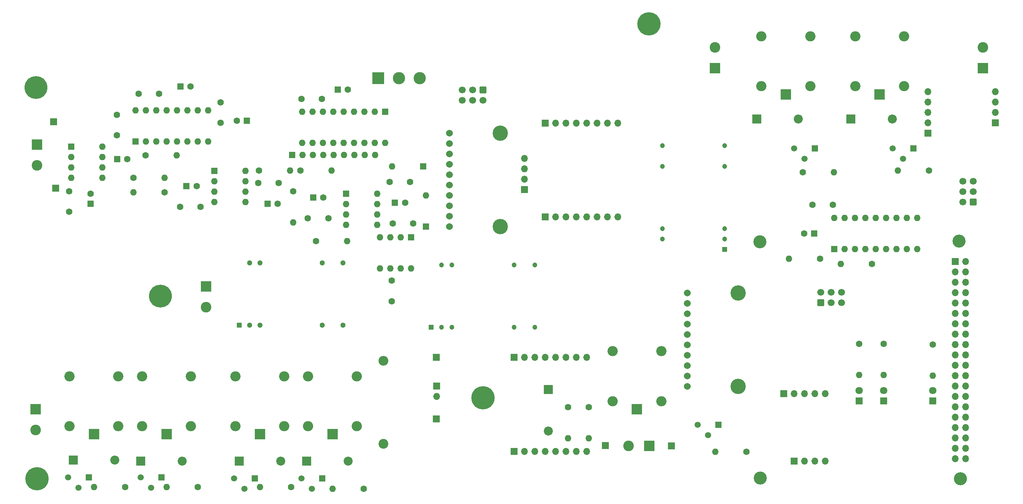
<source format=gbr>
%TF.GenerationSoftware,KiCad,Pcbnew,8.0.9-8.0.9-0~ubuntu24.04.1*%
%TF.CreationDate,2025-09-11T09:49:23+02:00*%
%TF.ProjectId,mb.2024.1.0,6d622e32-3032-4342-9e31-2e302e6b6963,rev?*%
%TF.SameCoordinates,Original*%
%TF.FileFunction,Soldermask,Top*%
%TF.FilePolarity,Negative*%
%FSLAX46Y46*%
G04 Gerber Fmt 4.6, Leading zero omitted, Abs format (unit mm)*
G04 Created by KiCad (PCBNEW 8.0.9-8.0.9-0~ubuntu24.04.1) date 2025-09-11 09:49:23*
%MOMM*%
%LPD*%
G01*
G04 APERTURE LIST*
G04 Aperture macros list*
%AMRoundRect*
0 Rectangle with rounded corners*
0 $1 Rounding radius*
0 $2 $3 $4 $5 $6 $7 $8 $9 X,Y pos of 4 corners*
0 Add a 4 corners polygon primitive as box body*
4,1,4,$2,$3,$4,$5,$6,$7,$8,$9,$2,$3,0*
0 Add four circle primitives for the rounded corners*
1,1,$1+$1,$2,$3*
1,1,$1+$1,$4,$5*
1,1,$1+$1,$6,$7*
1,1,$1+$1,$8,$9*
0 Add four rect primitives between the rounded corners*
20,1,$1+$1,$2,$3,$4,$5,0*
20,1,$1+$1,$4,$5,$6,$7,0*
20,1,$1+$1,$6,$7,$8,$9,0*
20,1,$1+$1,$8,$9,$2,$3,0*%
G04 Aperture macros list end*
%ADD10R,1.700000X1.700000*%
%ADD11C,3.200000*%
%ADD12R,1.600000X1.600000*%
%ADD13O,1.600000X1.600000*%
%ADD14C,1.600000*%
%ADD15R,2.600000X2.600000*%
%ADD16C,2.600000*%
%ADD17R,2.500000X2.500000*%
%ADD18O,2.500000X2.500000*%
%ADD19R,2.200000X2.200000*%
%ADD20O,2.200000X2.200000*%
%ADD21O,1.700000X1.700000*%
%ADD22RoundRect,0.250000X0.600000X0.600000X-0.600000X0.600000X-0.600000X-0.600000X0.600000X-0.600000X0*%
%ADD23C,1.700000*%
%ADD24R,3.000000X3.000000*%
%ADD25C,3.000000*%
%ADD26RoundRect,0.250000X0.600000X-0.600000X0.600000X0.600000X-0.600000X0.600000X-0.600000X-0.600000X0*%
%ADD27C,5.600000*%
%ADD28R,1.300000X1.300000*%
%ADD29C,1.300000*%
%ADD30R,1.500000X1.500000*%
%ADD31C,1.500000*%
%ADD32RoundRect,0.250000X-0.600000X0.600000X-0.600000X-0.600000X0.600000X-0.600000X0.600000X0.600000X0*%
%ADD33R,1.800000X1.800000*%
%ADD34C,1.800000*%
%ADD35C,5.700000*%
%ADD36C,1.665000*%
%ADD37C,3.750000*%
%ADD38R,1.200000X1.200000*%
%ADD39C,1.200000*%
%ADD40C,2.400000*%
%ADD41O,2.400000X2.400000*%
G04 APERTURE END LIST*
D10*
%TO.C,J18*%
X26162000Y-77978000D03*
%TD*%
D11*
%TO.C,REF01*%
X198740000Y-148890000D03*
%TD*%
D12*
%TO.C,U9*%
X65034000Y-73670000D03*
D13*
X65034000Y-76210000D03*
X65034000Y-78750000D03*
X65034000Y-81290000D03*
X72654000Y-81290000D03*
X72654000Y-78750000D03*
X72654000Y-76210000D03*
X72654000Y-73670000D03*
%TD*%
D12*
%TO.C,C21*%
X73064379Y-61468000D03*
D14*
X70564379Y-61468000D03*
%TD*%
%TO.C,R6*%
X43180000Y-151130000D03*
D13*
X35560000Y-151130000D03*
%TD*%
D15*
%TO.C,J1*%
X253305000Y-48545000D03*
D16*
X253305000Y-43465000D03*
%TD*%
D14*
%TO.C,R1*%
X240030000Y-73660000D03*
D13*
X232410000Y-73660000D03*
%TD*%
D14*
%TO.C,R4*%
X86106000Y-73660000D03*
D13*
X93726000Y-73660000D03*
%TD*%
D15*
%TO.C,J9*%
X187695000Y-48545000D03*
D16*
X187695000Y-43465000D03*
%TD*%
D17*
%TO.C,K6*%
X93980000Y-138167500D03*
D18*
X99980000Y-136167500D03*
X99980000Y-123967500D03*
X87980000Y-123967500D03*
X87980000Y-136167500D03*
%TD*%
D14*
%TO.C,R3*%
X89916000Y-90932000D03*
D13*
X97536000Y-90932000D03*
%TD*%
D17*
%TO.C,K1*%
X228000000Y-55000000D03*
D18*
X234000000Y-53000000D03*
X234000000Y-40800000D03*
X222000000Y-40800000D03*
X222000000Y-53000000D03*
%TD*%
D10*
%TO.C,J20*%
X119430000Y-134380000D03*
%TD*%
D17*
%TO.C,K4*%
X76200000Y-138167500D03*
D18*
X82200000Y-136167500D03*
X82200000Y-123967500D03*
X70200000Y-123967500D03*
X70200000Y-136167500D03*
%TD*%
D12*
%TO.C,U7*%
X113274000Y-89926000D03*
D13*
X110734000Y-89926000D03*
X108194000Y-89926000D03*
X105654000Y-89926000D03*
X105654000Y-97546000D03*
X108194000Y-97546000D03*
X110734000Y-97546000D03*
X113274000Y-97546000D03*
%TD*%
D12*
%TO.C,D5*%
X116840000Y-87376000D03*
D13*
X116840000Y-79756000D03*
%TD*%
D19*
%TO.C,D4*%
X71120000Y-144780000D03*
D20*
X81280000Y-144780000D03*
%TD*%
D14*
%TO.C,R2*%
X209190000Y-74000000D03*
D13*
X216810000Y-74000000D03*
%TD*%
D10*
%TO.C,J26*%
X204475000Y-128270000D03*
D21*
X207015000Y-128270000D03*
X209555000Y-128270000D03*
X212095000Y-128270000D03*
X214635000Y-128270000D03*
%TD*%
D12*
%TO.C,U2*%
X29972000Y-67818000D03*
D13*
X29972000Y-70358000D03*
X29972000Y-72898000D03*
X29972000Y-75438000D03*
X37592000Y-75438000D03*
X37592000Y-72898000D03*
X37592000Y-70358000D03*
X37592000Y-67818000D03*
%TD*%
D14*
%TO.C,R12*%
X229000000Y-116000000D03*
D13*
X229000000Y-123620000D03*
%TD*%
D15*
%TO.C,J11*%
X21590000Y-67310000D03*
D16*
X21590000Y-72390000D03*
%TD*%
D10*
%TO.C,J4*%
X146125000Y-85000000D03*
D21*
X148665000Y-85000000D03*
X151205000Y-85000000D03*
X153745000Y-85000000D03*
X156285000Y-85000000D03*
X158825000Y-85000000D03*
X161365000Y-85000000D03*
X163905000Y-85000000D03*
%TD*%
D14*
%TO.C,R13*%
X223000000Y-116000000D03*
D13*
X223000000Y-123620000D03*
%TD*%
D10*
%TO.C,J6*%
X146125000Y-62000000D03*
D21*
X148665000Y-62000000D03*
X151205000Y-62000000D03*
X153745000Y-62000000D03*
X156285000Y-62000000D03*
X158825000Y-62000000D03*
X161365000Y-62000000D03*
X163905000Y-62000000D03*
%TD*%
D10*
%TO.C,J22*%
X141000000Y-78250000D03*
D21*
X141000000Y-75710000D03*
X141000000Y-73170000D03*
X141000000Y-70630000D03*
%TD*%
D14*
%TO.C,C4*%
X29464000Y-78730000D03*
X29464000Y-83730000D03*
%TD*%
D22*
%TO.C,J13*%
X250942500Y-81285000D03*
D23*
X248402500Y-81285000D03*
X250942500Y-78745000D03*
X248402500Y-78745000D03*
X250942500Y-76205000D03*
X248402500Y-76205000D03*
%TD*%
D12*
%TO.C,U1*%
X216850000Y-92800000D03*
D13*
X219390000Y-92800000D03*
X221930000Y-92800000D03*
X224470000Y-92800000D03*
X227010000Y-92800000D03*
X229550000Y-92800000D03*
X232090000Y-92800000D03*
X234630000Y-92800000D03*
X237170000Y-92800000D03*
X237170000Y-85180000D03*
X234630000Y-85180000D03*
X232090000Y-85180000D03*
X229550000Y-85180000D03*
X227010000Y-85180000D03*
X224470000Y-85180000D03*
X221930000Y-85180000D03*
X219390000Y-85180000D03*
X216850000Y-85180000D03*
%TD*%
D24*
%TO.C,J27*%
X105156000Y-51054000D03*
D25*
X110236000Y-51054000D03*
X115316000Y-51054000D03*
%TD*%
D26*
%TO.C,J8*%
X213560000Y-105937500D03*
D23*
X213560000Y-103397500D03*
X216100000Y-105937500D03*
X216100000Y-103397500D03*
X218640000Y-105937500D03*
X218640000Y-103397500D03*
%TD*%
D27*
%TO.C,REF04*%
X51816000Y-104394000D03*
%TD*%
D28*
%TO.C,PS1*%
X71120000Y-111506000D03*
D29*
X73660000Y-111506000D03*
X76200000Y-111506000D03*
X91440000Y-111506000D03*
X96520000Y-111506000D03*
X96520000Y-96266000D03*
X91440000Y-96266000D03*
X76200000Y-96266000D03*
X73660000Y-96266000D03*
%TD*%
D10*
%TO.C,J14*%
X119475000Y-126395000D03*
D21*
X119475000Y-128935000D03*
%TD*%
D14*
%TO.C,R19*%
X48245000Y-69860000D03*
D13*
X55865000Y-69860000D03*
%TD*%
D30*
%TO.C,Q6*%
X91450000Y-149010000D03*
D31*
X88910000Y-151550000D03*
X86370000Y-149010000D03*
%TD*%
D32*
%TO.C,J24*%
X130810000Y-53857500D03*
D23*
X130810000Y-56397500D03*
X128270000Y-53857500D03*
X128270000Y-56397500D03*
X125730000Y-53857500D03*
X125730000Y-56397500D03*
%TD*%
D12*
%TO.C,C6*%
X34788000Y-81778000D03*
D14*
X34788000Y-79278000D03*
%TD*%
D30*
%TO.C,Q7*%
X188468000Y-135890000D03*
D31*
X185928000Y-138430000D03*
X183388000Y-135890000D03*
%TD*%
D15*
%TO.C,J3*%
X21285000Y-132075000D03*
D16*
X21285000Y-137155000D03*
%TD*%
D12*
%TO.C,D6*%
X116232077Y-72644000D03*
D13*
X108612077Y-72644000D03*
%TD*%
D30*
%TO.C,Q5*%
X52080000Y-148700000D03*
D31*
X49540000Y-151240000D03*
X47000000Y-148700000D03*
%TD*%
D30*
%TO.C,Q1*%
X236230000Y-68160000D03*
D31*
X233690000Y-70700000D03*
X231150000Y-68160000D03*
%TD*%
D14*
%TO.C,R15*%
X60960000Y-151130000D03*
D13*
X53340000Y-151130000D03*
%TD*%
D14*
%TO.C,R23*%
X45212000Y-75438000D03*
D13*
X52832000Y-75438000D03*
%TD*%
D14*
%TO.C,C15*%
X75819621Y-76708000D03*
X80819621Y-76708000D03*
%TD*%
%TO.C,C5*%
X41178000Y-65014000D03*
X41178000Y-60014000D03*
%TD*%
D12*
%TO.C,C2*%
X212000000Y-89000000D03*
D14*
X209500000Y-89000000D03*
%TD*%
D15*
%TO.C,J2*%
X171545000Y-141000000D03*
D16*
X166465000Y-141000000D03*
%TD*%
D12*
%TO.C,C3*%
X41235621Y-70866000D03*
D14*
X43735621Y-70866000D03*
%TD*%
%TO.C,R18*%
X226060000Y-96520000D03*
D13*
X218440000Y-96520000D03*
%TD*%
D12*
%TO.C,RN1*%
X84074000Y-69850000D03*
D13*
X86614000Y-69850000D03*
X89154000Y-69850000D03*
X91694000Y-69850000D03*
X94234000Y-69850000D03*
X96774000Y-69850000D03*
X99314000Y-69850000D03*
X101854000Y-69850000D03*
X104394000Y-69850000D03*
%TD*%
D14*
%TO.C,R17*%
X213360000Y-95250000D03*
D13*
X205740000Y-95250000D03*
%TD*%
D14*
%TO.C,C22*%
X108458000Y-100584000D03*
X108458000Y-105584000D03*
%TD*%
%TO.C,R5*%
X84328000Y-78740000D03*
D13*
X84328000Y-86360000D03*
%TD*%
D27*
%TO.C,REF05*%
X21336000Y-53340000D03*
%TD*%
D12*
%TO.C,C5*%
X109260000Y-81534000D03*
D14*
X111760000Y-81534000D03*
%TD*%
D33*
%TO.C,LED9-OHMPI-RUN-1*%
X241000000Y-130000000D03*
D34*
X241000000Y-127460000D03*
%TD*%
D19*
%TO.C,D7*%
X46990000Y-144780000D03*
D20*
X57150000Y-144780000D03*
%TD*%
D19*
%TO.C,D2*%
X197920000Y-61000000D03*
D20*
X208080000Y-61000000D03*
%TD*%
D14*
%TO.C,R7*%
X83820000Y-151130000D03*
D13*
X76200000Y-151130000D03*
%TD*%
D35*
%TO.C,REF\u002A\u002A*%
X21590000Y-149098000D03*
%TD*%
D11*
%TO.C,REF03*%
X247420000Y-90900000D03*
%TD*%
D36*
%TO.C,U5*%
X180848000Y-126492000D03*
X180848000Y-123952000D03*
X180848000Y-121412000D03*
X180848000Y-118872000D03*
X180848000Y-116332000D03*
X180848000Y-113792000D03*
X180848000Y-111252000D03*
X180848000Y-108712000D03*
X180848000Y-106172000D03*
X180848000Y-103632000D03*
D37*
X193294000Y-103632000D03*
X193294000Y-126492000D03*
%TD*%
D14*
%TO.C,R9*%
X195326000Y-142494000D03*
D13*
X187706000Y-142494000D03*
%TD*%
D10*
%TO.C,J12*%
X138430000Y-142380000D03*
D21*
X140970000Y-142380000D03*
X143510000Y-142380000D03*
X146050000Y-142380000D03*
X148590000Y-142380000D03*
X151130000Y-142380000D03*
X153670000Y-142380000D03*
X156210000Y-142380000D03*
%TD*%
D11*
%TO.C,REF2*%
X198670000Y-91030000D03*
%TD*%
D12*
%TO.C,C12*%
X56729621Y-53086000D03*
D14*
X59229621Y-53086000D03*
%TD*%
D10*
%TO.C,J17*%
X119430000Y-119380000D03*
%TD*%
D19*
%TO.C,D8*%
X87630000Y-144780000D03*
D20*
X97790000Y-144780000D03*
%TD*%
D19*
%TO.C,D1*%
X220920000Y-61000000D03*
D20*
X231080000Y-61000000D03*
%TD*%
D10*
%TO.C,J19*%
X25654000Y-61722000D03*
%TD*%
D38*
%TO.C,PS3*%
X189992000Y-92964000D03*
D39*
X189992000Y-90424000D03*
X189992000Y-87884000D03*
X189992000Y-72644000D03*
X189992000Y-67564000D03*
X174752000Y-67564000D03*
X174752000Y-72644000D03*
X174752000Y-87884000D03*
X174752000Y-90424000D03*
%TD*%
D12*
%TO.C,U8*%
X106924000Y-59192000D03*
D13*
X104384000Y-59192000D03*
X101844000Y-59192000D03*
X99304000Y-59192000D03*
X96764000Y-59192000D03*
X94224000Y-59192000D03*
X91684000Y-59192000D03*
X89144000Y-59192000D03*
X86604000Y-59192000D03*
X86604000Y-66812000D03*
X89144000Y-66812000D03*
X91684000Y-66812000D03*
X94224000Y-66812000D03*
X96764000Y-66812000D03*
X99304000Y-66812000D03*
X101844000Y-66812000D03*
X104384000Y-66812000D03*
X106924000Y-66812000D03*
%TD*%
D33*
%TO.C,LED11-OHMPI-STACK1*%
X229000000Y-130000000D03*
D34*
X229000000Y-127460000D03*
%TD*%
D30*
%TO.C,Q4*%
X74940000Y-149010000D03*
D31*
X72400000Y-151550000D03*
X69860000Y-149010000D03*
%TD*%
D19*
%TO.C,D3*%
X30480000Y-144517500D03*
D20*
X40640000Y-144517500D03*
%TD*%
D17*
%TO.C,K2*%
X205000000Y-55000000D03*
D18*
X211000000Y-53000000D03*
X211000000Y-40800000D03*
X199000000Y-40800000D03*
X199000000Y-53000000D03*
%TD*%
D11*
%TO.C,REF00*%
X247780000Y-149060000D03*
%TD*%
D12*
%TO.C,C14*%
X95250000Y-53848000D03*
D14*
X97750000Y-53848000D03*
%TD*%
D17*
%TO.C,K7*%
X168560000Y-132056000D03*
D18*
X174560000Y-130056000D03*
X174560000Y-117856000D03*
X162560000Y-117856000D03*
X162560000Y-130056000D03*
%TD*%
D35*
%TO.C,REF\u002A\u002A*%
X171480000Y-37690000D03*
%TD*%
D14*
%TO.C,R11*%
X151638000Y-131572000D03*
D13*
X151638000Y-139192000D03*
%TD*%
D14*
%TO.C,C11*%
X108752000Y-86614000D03*
X113752000Y-86614000D03*
%TD*%
%TO.C,C17*%
X61682000Y-82550000D03*
X56682000Y-82550000D03*
%TD*%
%TO.C,C7*%
X107990000Y-76454000D03*
X112990000Y-76454000D03*
%TD*%
D10*
%TO.C,J23*%
X239776000Y-64511000D03*
D21*
X239776000Y-61971000D03*
X239776000Y-59431000D03*
X239776000Y-56891000D03*
X239776000Y-54351000D03*
%TD*%
D19*
%TO.C,D9*%
X146812000Y-127254000D03*
D20*
X146812000Y-137414000D03*
%TD*%
D12*
%TO.C,C18*%
X58206000Y-77470000D03*
D14*
X60706000Y-77470000D03*
%TD*%
%TO.C,C13*%
X91400000Y-56134000D03*
X86400000Y-56134000D03*
%TD*%
D30*
%TO.C,Q3*%
X34300000Y-148747500D03*
D31*
X31760000Y-151287500D03*
X29220000Y-148747500D03*
%TD*%
D12*
%TO.C,C16*%
X78065621Y-81788000D03*
D14*
X80565621Y-81788000D03*
%TD*%
D12*
%TO.C,U6*%
X97292000Y-79258000D03*
D13*
X97292000Y-81798000D03*
X97292000Y-84338000D03*
X97292000Y-86878000D03*
X104912000Y-86878000D03*
X104912000Y-84338000D03*
X104912000Y-81798000D03*
X104912000Y-79258000D03*
%TD*%
D14*
%TO.C,R16*%
X101600000Y-151500000D03*
D13*
X93980000Y-151500000D03*
%TD*%
D12*
%TO.C,C10*%
X89241621Y-80264000D03*
D14*
X91741621Y-80264000D03*
%TD*%
%TO.C,R10*%
X241000000Y-116190000D03*
D13*
X241000000Y-123810000D03*
%TD*%
D14*
%TO.C,R24*%
X52832000Y-78994000D03*
D13*
X45212000Y-78994000D03*
%TD*%
D10*
%TO.C,J10*%
X177000000Y-141000000D03*
%TD*%
D33*
%TO.C,LED12-LOW-TX-BATTERY1*%
X223000000Y-130000000D03*
D34*
X223000000Y-127460000D03*
%TD*%
D10*
%TO.C,J25*%
X207020000Y-144780000D03*
D21*
X209560000Y-144780000D03*
X212100000Y-144780000D03*
X214640000Y-144780000D03*
%TD*%
D10*
%TO.C,J21*%
X160782000Y-140970000D03*
%TD*%
D14*
%TO.C,C19*%
X51522000Y-54864000D03*
X46522000Y-54864000D03*
%TD*%
%TO.C,C8*%
X92964000Y-85344000D03*
X87964000Y-85344000D03*
%TD*%
%TO.C,C20*%
X66548000Y-61976000D03*
X66548000Y-56976000D03*
%TD*%
D15*
%TO.C,J16*%
X63000000Y-102000000D03*
D16*
X63000000Y-107080000D03*
%TD*%
D14*
%TO.C,R26*%
X75946000Y-73660000D03*
D13*
X83566000Y-73660000D03*
%TD*%
D14*
%TO.C,C1*%
X216500000Y-82000000D03*
X211500000Y-82000000D03*
%TD*%
D17*
%TO.C,K3*%
X35560000Y-138167500D03*
D18*
X41560000Y-136167500D03*
X41560000Y-123967500D03*
X29560000Y-123967500D03*
X29560000Y-136167500D03*
%TD*%
D40*
%TO.C,SH1*%
X106430000Y-140540000D03*
D41*
X106430000Y-120220000D03*
%TD*%
D35*
%TO.C,REF\u002A\u002A*%
X130810000Y-129286000D03*
%TD*%
D36*
%TO.C,U4*%
X122600000Y-87376000D03*
X122600000Y-84836000D03*
X122600000Y-82296000D03*
X122600000Y-79756000D03*
X122600000Y-77216000D03*
X122600000Y-74676000D03*
X122600000Y-72136000D03*
X122600000Y-69596000D03*
X122600000Y-67056000D03*
X122600000Y-64516000D03*
D37*
X135046000Y-64516000D03*
X135046000Y-87376000D03*
%TD*%
D10*
%TO.C,J15*%
X138430000Y-119380000D03*
D21*
X140970000Y-119380000D03*
X143510000Y-119380000D03*
X146050000Y-119380000D03*
X148590000Y-119380000D03*
X151130000Y-119380000D03*
X153670000Y-119380000D03*
X156210000Y-119380000D03*
%TD*%
D17*
%TO.C,K5*%
X53340000Y-138167500D03*
D18*
X59340000Y-136167500D03*
X59340000Y-123967500D03*
X47340000Y-123967500D03*
X47340000Y-136167500D03*
%TD*%
D12*
%TO.C,U10*%
X45720000Y-66548000D03*
D13*
X48260000Y-66548000D03*
X50800000Y-66548000D03*
X53340000Y-66548000D03*
X55880000Y-66548000D03*
X58420000Y-66548000D03*
X60960000Y-66548000D03*
X63500000Y-66548000D03*
X63500000Y-58928000D03*
X60960000Y-58928000D03*
X58420000Y-58928000D03*
X55880000Y-58928000D03*
X53340000Y-58928000D03*
X50800000Y-58928000D03*
X48260000Y-58928000D03*
X45720000Y-58928000D03*
%TD*%
D38*
%TO.C,PS2*%
X118110000Y-112014000D03*
D39*
X120650000Y-112014000D03*
X123190000Y-112014000D03*
X138430000Y-112014000D03*
X143510000Y-112014000D03*
X143510000Y-96774000D03*
X138430000Y-96774000D03*
X123190000Y-96774000D03*
X120650000Y-96774000D03*
%TD*%
D30*
%TO.C,Q2*%
X212100000Y-68160000D03*
D31*
X209560000Y-70700000D03*
X207020000Y-68160000D03*
%TD*%
D10*
%TO.C,J5*%
X256286000Y-61976000D03*
D21*
X256286000Y-59436000D03*
X256286000Y-56896000D03*
X256286000Y-54356000D03*
%TD*%
D14*
%TO.C,R8*%
X156718000Y-131572000D03*
D13*
X156718000Y-139192000D03*
%TD*%
D10*
%TO.C,J7*%
X246500000Y-95900000D03*
D21*
X249040000Y-95900000D03*
X246500000Y-98440000D03*
X249040000Y-98440000D03*
X246500000Y-100980000D03*
X249040000Y-100980000D03*
X246500000Y-103520000D03*
X249040000Y-103520000D03*
X246500000Y-106060000D03*
X249040000Y-106060000D03*
X246500000Y-108600000D03*
X249040000Y-108600000D03*
X246500000Y-111140000D03*
X249040000Y-111140000D03*
X246500000Y-113680000D03*
X249040000Y-113680000D03*
X246500000Y-116220000D03*
X249040000Y-116220000D03*
X246500000Y-118760000D03*
X249040000Y-118760000D03*
X246500000Y-121300000D03*
X249040000Y-121300000D03*
X246500000Y-123840000D03*
X249040000Y-123840000D03*
X246500000Y-126380000D03*
X249040000Y-126380000D03*
X246500000Y-128920000D03*
X249040000Y-128920000D03*
X246500000Y-131460000D03*
X249040000Y-131460000D03*
X246500000Y-134000000D03*
X249040000Y-134000000D03*
X246500000Y-136540000D03*
X249040000Y-136540000D03*
X246500000Y-139080000D03*
X249040000Y-139080000D03*
X246500000Y-141620000D03*
X249040000Y-141620000D03*
X246500000Y-144160000D03*
X249040000Y-144160000D03*
%TD*%
M02*

</source>
